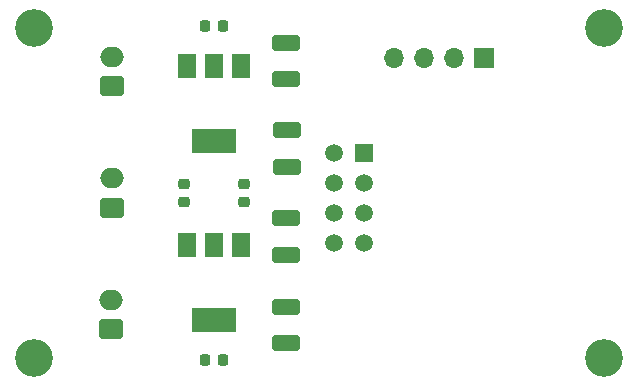
<source format=gbr>
%TF.GenerationSoftware,KiCad,Pcbnew,8.0.4*%
%TF.CreationDate,2024-12-12T17:07:26+08:00*%
%TF.ProjectId,esp01s-power-board,65737030-3173-42d7-906f-7765722d626f,rev?*%
%TF.SameCoordinates,Original*%
%TF.FileFunction,Soldermask,Top*%
%TF.FilePolarity,Negative*%
%FSLAX46Y46*%
G04 Gerber Fmt 4.6, Leading zero omitted, Abs format (unit mm)*
G04 Created by KiCad (PCBNEW 8.0.4) date 2024-12-12 17:07:26*
%MOMM*%
%LPD*%
G01*
G04 APERTURE LIST*
G04 Aperture macros list*
%AMRoundRect*
0 Rectangle with rounded corners*
0 $1 Rounding radius*
0 $2 $3 $4 $5 $6 $7 $8 $9 X,Y pos of 4 corners*
0 Add a 4 corners polygon primitive as box body*
4,1,4,$2,$3,$4,$5,$6,$7,$8,$9,$2,$3,0*
0 Add four circle primitives for the rounded corners*
1,1,$1+$1,$2,$3*
1,1,$1+$1,$4,$5*
1,1,$1+$1,$6,$7*
1,1,$1+$1,$8,$9*
0 Add four rect primitives between the rounded corners*
20,1,$1+$1,$2,$3,$4,$5,0*
20,1,$1+$1,$4,$5,$6,$7,0*
20,1,$1+$1,$6,$7,$8,$9,0*
20,1,$1+$1,$8,$9,$2,$3,0*%
G04 Aperture macros list end*
%ADD10R,1.500000X2.000000*%
%ADD11R,3.800000X2.000000*%
%ADD12C,3.200000*%
%ADD13R,1.700000X1.700000*%
%ADD14O,1.700000X1.700000*%
%ADD15R,1.500000X1.500000*%
%ADD16C,1.500000*%
%ADD17RoundRect,0.225000X0.250000X-0.225000X0.250000X0.225000X-0.250000X0.225000X-0.250000X-0.225000X0*%
%ADD18RoundRect,0.250000X0.750000X-0.600000X0.750000X0.600000X-0.750000X0.600000X-0.750000X-0.600000X0*%
%ADD19O,2.000000X1.700000*%
%ADD20RoundRect,0.250000X-0.925000X0.412500X-0.925000X-0.412500X0.925000X-0.412500X0.925000X0.412500X0*%
%ADD21RoundRect,0.250000X0.925000X-0.412500X0.925000X0.412500X-0.925000X0.412500X-0.925000X-0.412500X0*%
%ADD22RoundRect,0.225000X-0.225000X-0.250000X0.225000X-0.250000X0.225000X0.250000X-0.225000X0.250000X0*%
%ADD23RoundRect,0.225000X-0.250000X0.225000X-0.250000X-0.225000X0.250000X-0.225000X0.250000X0.225000X0*%
%ADD24RoundRect,0.225000X0.225000X0.250000X-0.225000X0.250000X-0.225000X-0.250000X0.225000X-0.250000X0*%
G04 APERTURE END LIST*
D10*
%TO.C,U2*%
X68340000Y-69194935D03*
X66040000Y-69194935D03*
D11*
X66040000Y-75494935D03*
D10*
X63740000Y-69194935D03*
%TD*%
%TO.C,U3*%
X68340000Y-54045063D03*
X66040000Y-54045063D03*
D11*
X66040000Y-60345063D03*
D10*
X63740000Y-54045063D03*
%TD*%
D12*
%TO.C,H4*%
X99060000Y-50800000D03*
%TD*%
D13*
%TO.C,J5*%
X88900000Y-53340000D03*
D14*
X86360000Y-53340000D03*
X83820000Y-53340000D03*
X81280000Y-53340000D03*
%TD*%
D15*
%TO.C,U1*%
X78740000Y-61407500D03*
D16*
X78740000Y-63947500D03*
X78740000Y-66487500D03*
X78740000Y-69027500D03*
X76200000Y-61407500D03*
X76200000Y-63947500D03*
X76200000Y-66487500D03*
X76200000Y-69027500D03*
%TD*%
D17*
%TO.C,C2*%
X63500000Y-65544999D03*
X63500000Y-63994999D03*
%TD*%
D18*
%TO.C,J4*%
X57426115Y-66020000D03*
D19*
X57426115Y-63520000D03*
%TD*%
D20*
%TO.C,C1*%
X72128525Y-66933200D03*
X72128525Y-70008200D03*
%TD*%
D21*
%TO.C,C4*%
X72122500Y-77499601D03*
X72122500Y-74424601D03*
%TD*%
%TO.C,C8*%
X72210100Y-62561800D03*
X72210100Y-59486800D03*
%TD*%
D22*
%TO.C,C6*%
X65265000Y-50620127D03*
X66815000Y-50620127D03*
%TD*%
D23*
%TO.C,C7*%
X68580000Y-63994999D03*
X68580000Y-65544999D03*
%TD*%
D12*
%TO.C,H1*%
X50800000Y-50800000D03*
%TD*%
D18*
%TO.C,J2*%
X57336793Y-76313836D03*
D19*
X57336793Y-73813836D03*
%TD*%
D12*
%TO.C,H2*%
X50800000Y-78740000D03*
%TD*%
%TO.C,H3*%
X99060000Y-78740000D03*
%TD*%
D24*
%TO.C,C3*%
X66810177Y-78919873D03*
X65260177Y-78919873D03*
%TD*%
D20*
%TO.C,C5*%
X72128525Y-52085400D03*
X72128525Y-55160400D03*
%TD*%
D18*
%TO.C,J1*%
X57426115Y-55726164D03*
D19*
X57426115Y-53226164D03*
%TD*%
M02*

</source>
